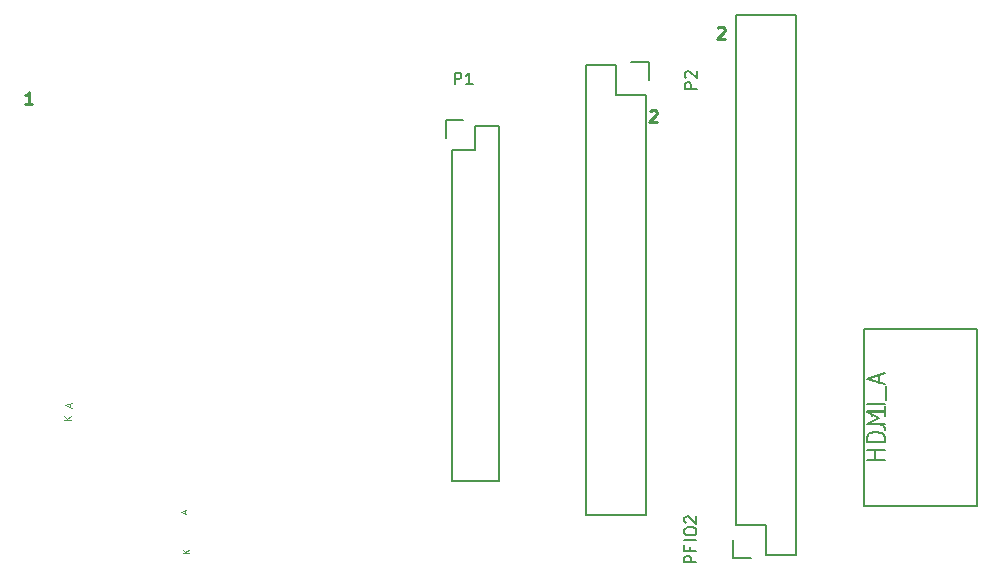
<source format=gto>
G04 #@! TF.FileFunction,Legend,Top*
%FSLAX46Y46*%
G04 Gerber Fmt 4.6, Leading zero omitted, Abs format (unit mm)*
G04 Created by KiCad (PCBNEW 4.0.2-stable) date 24/10/2016 06:45:45 p.m.*
%MOMM*%
G01*
G04 APERTURE LIST*
%ADD10C,0.100000*%
%ADD11C,0.250000*%
%ADD12C,0.110000*%
%ADD13C,0.150000*%
%ADD14C,0.203200*%
G04 APERTURE END LIST*
D10*
D11*
X84674286Y-67577619D02*
X84721905Y-67530000D01*
X84817143Y-67482381D01*
X85055239Y-67482381D01*
X85150477Y-67530000D01*
X85198096Y-67577619D01*
X85245715Y-67672857D01*
X85245715Y-67768095D01*
X85198096Y-67910952D01*
X84626667Y-68482381D01*
X85245715Y-68482381D01*
X78934286Y-74617619D02*
X78981905Y-74570000D01*
X79077143Y-74522381D01*
X79315239Y-74522381D01*
X79410477Y-74570000D01*
X79458096Y-74617619D01*
X79505715Y-74712857D01*
X79505715Y-74808095D01*
X79458096Y-74950952D01*
X78886667Y-75522381D01*
X79505715Y-75522381D01*
X26615715Y-73982381D02*
X26044286Y-73982381D01*
X26330000Y-73982381D02*
X26330000Y-72982381D01*
X26234762Y-73125238D01*
X26139524Y-73220476D01*
X26044286Y-73268095D01*
D12*
X39545933Y-108701647D02*
X39545933Y-108463552D01*
X39688790Y-108749266D02*
X39188790Y-108582599D01*
X39688790Y-108415933D01*
X29815000Y-99665714D02*
X29815000Y-99394285D01*
X29977857Y-99719999D02*
X29407857Y-99529999D01*
X29977857Y-99339999D01*
X29922457Y-100762806D02*
X29352457Y-100762806D01*
X29922457Y-100437091D02*
X29596743Y-100681377D01*
X29352457Y-100437091D02*
X29678171Y-100762806D01*
X39868790Y-112043552D02*
X39368790Y-112043552D01*
X39868790Y-111757838D02*
X39583076Y-111972124D01*
X39368790Y-111757838D02*
X39654505Y-112043552D01*
D13*
X91303000Y-112160000D02*
X91303000Y-66440000D01*
X86223000Y-66440000D02*
X86223000Y-109620000D01*
X91303000Y-66440000D02*
X86223000Y-66440000D01*
X91303000Y-112160000D02*
X88763000Y-112160000D01*
X85943000Y-110890000D02*
X85943000Y-112440000D01*
X88763000Y-112160000D02*
X88763000Y-109620000D01*
X88763000Y-109620000D02*
X86223000Y-109620000D01*
X85943000Y-112440000D02*
X87493000Y-112440000D01*
D14*
X97080200Y-108077600D02*
X97080200Y-93077600D01*
X106580200Y-108077600D02*
X97080200Y-108077600D01*
X106580200Y-93077600D02*
X97080200Y-93077600D01*
X106580200Y-93077600D02*
X106580200Y-108077600D01*
D13*
X62134400Y-77904800D02*
X64134400Y-77904800D01*
X64134400Y-77904800D02*
X64134400Y-75904800D01*
X64134400Y-75904800D02*
X66134400Y-75904800D01*
X66134400Y-75904800D02*
X66134400Y-77904800D01*
X66134400Y-77904800D02*
X66134400Y-105904800D01*
X66134400Y-105904800D02*
X62134400Y-105904800D01*
X62134400Y-105904800D02*
X62134400Y-77904800D01*
X61634400Y-76904800D02*
X61634400Y-75404800D01*
X61634400Y-75404800D02*
X63134400Y-75404800D01*
X73523000Y-108832600D02*
X73523000Y-70732600D01*
X78603000Y-73272600D02*
X78603000Y-108832600D01*
X73523000Y-108832600D02*
X78603000Y-108832600D01*
X73523000Y-70732600D02*
X76063000Y-70732600D01*
X78883000Y-72002600D02*
X78883000Y-70452600D01*
X76063000Y-70732600D02*
X76063000Y-73272600D01*
X76063000Y-73272600D02*
X78603000Y-73272600D01*
X78883000Y-70452600D02*
X77333000Y-70452600D01*
X82845381Y-112818571D02*
X81845381Y-112818571D01*
X81845381Y-112437618D01*
X81893000Y-112342380D01*
X81940619Y-112294761D01*
X82035857Y-112247142D01*
X82178714Y-112247142D01*
X82273952Y-112294761D01*
X82321571Y-112342380D01*
X82369190Y-112437618D01*
X82369190Y-112818571D01*
X82321571Y-111485237D02*
X82321571Y-111818571D01*
X82845381Y-111818571D02*
X81845381Y-111818571D01*
X81845381Y-111342380D01*
X82845381Y-110961428D02*
X81845381Y-110961428D01*
X81845381Y-110294762D02*
X81845381Y-110104285D01*
X81893000Y-110009047D01*
X81988238Y-109913809D01*
X82178714Y-109866190D01*
X82512048Y-109866190D01*
X82702524Y-109913809D01*
X82797762Y-110009047D01*
X82845381Y-110104285D01*
X82845381Y-110294762D01*
X82797762Y-110390000D01*
X82702524Y-110485238D01*
X82512048Y-110532857D01*
X82178714Y-110532857D01*
X81988238Y-110485238D01*
X81893000Y-110390000D01*
X81845381Y-110294762D01*
X81940619Y-109485238D02*
X81893000Y-109437619D01*
X81845381Y-109342381D01*
X81845381Y-109104285D01*
X81893000Y-109009047D01*
X81940619Y-108961428D01*
X82035857Y-108913809D01*
X82131095Y-108913809D01*
X82273952Y-108961428D01*
X82845381Y-109532857D01*
X82845381Y-108913809D01*
X97288771Y-101077600D02*
X98360200Y-101077600D01*
X98574486Y-101149028D01*
X98717343Y-101291885D01*
X98788771Y-101506171D01*
X98788771Y-101649028D01*
X98788771Y-99577600D02*
X98788771Y-100434743D01*
X98788771Y-100006171D02*
X97288771Y-100006171D01*
X97503057Y-100149028D01*
X97645914Y-100291886D01*
X97717343Y-100434743D01*
X98788771Y-104184743D02*
X97288771Y-104184743D01*
X98003057Y-104184743D02*
X98003057Y-103327600D01*
X98788771Y-103327600D02*
X97288771Y-103327600D01*
X98788771Y-102613314D02*
X97288771Y-102613314D01*
X97288771Y-102256171D01*
X97360200Y-102041886D01*
X97503057Y-101899028D01*
X97645914Y-101827600D01*
X97931629Y-101756171D01*
X98145914Y-101756171D01*
X98431629Y-101827600D01*
X98574486Y-101899028D01*
X98717343Y-102041886D01*
X98788771Y-102256171D01*
X98788771Y-102613314D01*
X98788771Y-101113314D02*
X97288771Y-101113314D01*
X98360200Y-100613314D01*
X97288771Y-100113314D01*
X98788771Y-100113314D01*
X98788771Y-99399028D02*
X97288771Y-99399028D01*
X98931629Y-99041885D02*
X98931629Y-97899028D01*
X98360200Y-97613314D02*
X98360200Y-96899028D01*
X98788771Y-97756171D02*
X97288771Y-97256171D01*
X98788771Y-96756171D01*
X62396305Y-72357181D02*
X62396305Y-71357181D01*
X62777258Y-71357181D01*
X62872496Y-71404800D01*
X62920115Y-71452419D01*
X62967734Y-71547657D01*
X62967734Y-71690514D01*
X62920115Y-71785752D01*
X62872496Y-71833371D01*
X62777258Y-71880990D01*
X62396305Y-71880990D01*
X63920115Y-72357181D02*
X63348686Y-72357181D01*
X63634400Y-72357181D02*
X63634400Y-71357181D01*
X63539162Y-71500038D01*
X63443924Y-71595276D01*
X63348686Y-71642895D01*
X82885381Y-72740695D02*
X81885381Y-72740695D01*
X81885381Y-72359742D01*
X81933000Y-72264504D01*
X81980619Y-72216885D01*
X82075857Y-72169266D01*
X82218714Y-72169266D01*
X82313952Y-72216885D01*
X82361571Y-72264504D01*
X82409190Y-72359742D01*
X82409190Y-72740695D01*
X81980619Y-71788314D02*
X81933000Y-71740695D01*
X81885381Y-71645457D01*
X81885381Y-71407361D01*
X81933000Y-71312123D01*
X81980619Y-71264504D01*
X82075857Y-71216885D01*
X82171095Y-71216885D01*
X82313952Y-71264504D01*
X82885381Y-71835933D01*
X82885381Y-71216885D01*
M02*

</source>
